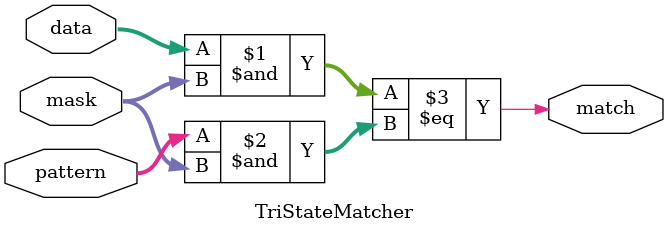
<source format=sv>
module TriStateMatcher #(parameter WIDTH=8) (
    input [WIDTH-1:0] data,
    input [WIDTH-1:0] pattern,
    input [WIDTH-1:0] mask, // 0=无关位
    output match
);
assign match = ((data & mask) == (pattern & mask));
endmodule

</source>
